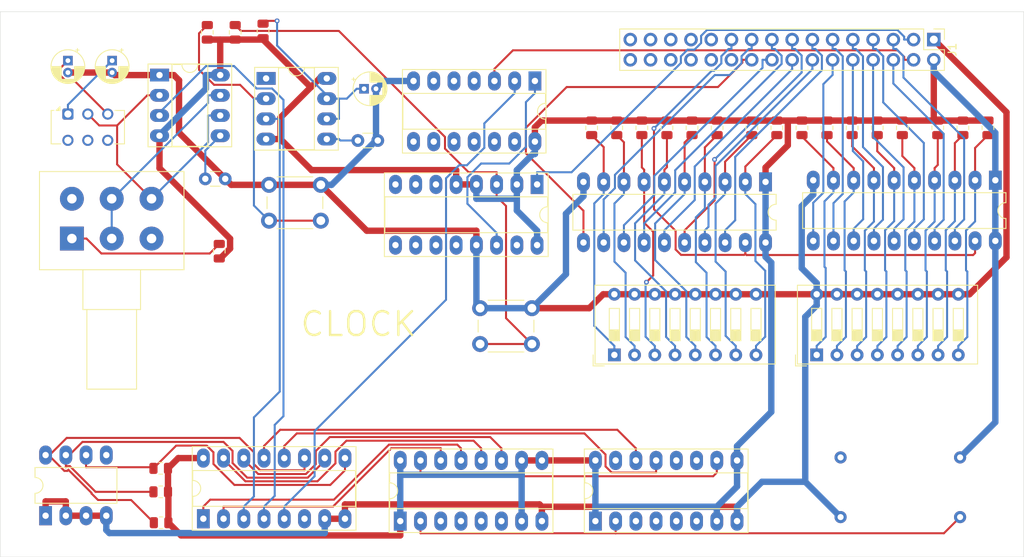
<source format=kicad_pcb>
(kicad_pcb (version 20240108) (generator "pcbnew") (generator_version "8.0")
  (layers (0 "F.Cu" signal) (31 "B.Cu" signal) (34 "B.Paste" user) (35 "F.Paste" user) (36 "B.SilkS" user "B.Silkscreen") (37 "F.SilkS" user "F.Silkscreen") (38 "B.Mask" user) (39 "F.Mask" user) (44 "Edge.Cuts" user))
  (net 0 "")
  (net 1 "GND")
  (net 2 "Net-(U1-CV)")
  (net 3 "Net-(U2-DIS)")
  (net 4 "Net-(U2-CV)")
  (net 5 "/Transciever/Q0")
  (net 6 "/Transciever/Q12")
  (net 7 "/Transciever/Q4")
  (net 10 "/Transciever/Q3")
  (net 13 "/Transciever/Q5")
  (net 14 "Net-(J1-Pin_3)")
  (net 15 "/Transciever/Q11")
  (net 16 "VCC")
  (net 18 "/Transciever/Q7")
  (net 19 "/Transciever/Q14")
  (net 20 "/Transciever/Q2")
  (net 21 "/Transciever/Q10")
  (net 22 "/Transciever/Q13")
  (net 23 "/Transciever/Q9")
  (net 24 "/Transciever/Q6")
  (net 25 "/Transciever/Q8")
  (net 26 "/Transciever/Q15")
  (net 27 "/Transciever/Q1")
  (net 28 "Net-(J1-Pin_4)")
  (net 32 "/Transciever/CE")
  (net 36 "Net-(U2-TR)")
  (net 37 "Net-(U3A-~{R})")
  (net 38 "/Transciever/A0")
  (net 39 "/Transciever/A1")
  (net 40 "/Transciever/A2")
  (net 41 "/Transciever/A3")
  (net 42 "/Transciever/A4")
  (net 43 "/Transciever/A5")
  (net 44 "/Transciever/A6")
  (net 45 "/Transciever/A7")
  (net 46 "/Transciever/A8")
  (net 47 "/Transciever/A9")
  (net 48 "/Transciever/A10")
  (net 49 "/Transciever/A11")
  (net 50 "/Transciever/A12")
  (net 51 "/Transciever/A13")
  (net 52 "/Transciever/A14")
  (net 53 "/Transciever/A15")
  (net 54 "Net-(U1-DIS)")
  (net 55 "Net-(SW3A-C)")
  (net 56 "Net-(SW3A-B)")
  (net 57 "Net-(SW3A-A)")
  (net 60 "Net-(U3A-~{Q})")
  (net 61 "Net-(U1-Q)")
  (net 62 "Net-(U2-Q)")
  (net 63 "Net-(R19-Pad2)")
  (net 64 "Net-(U6-S2)")
  (net 65 "Net-(U6-S1)")
  (net 66 "Net-(U6-S0)")
  (net 70 "Net-(U6-Z)")
  (net 71 "Net-(U5-Out)")
  (net 72 "Net-(U6-I4)")
  (net 73 "Net-(U6-I7)")
  (net 74 "Net-(U6-I2)")
  (net 75 "Net-(U6-I3)")
  (net 76 "Net-(U6-I6)")
  (net 78 "Net-(U6-I5)")
  (net 82 "Net-(U7-TC)")
  (footprint "Resistor_SMD:R_0805_2012Metric" (layer "F.Cu") (at 87 54.9125 90)
    (property "Reference" "R11" (hide yes))
    (property "Value" "20k")
  )
  (footprint "Package_DIP:DIP-16_W7.62mm_Socket_LongPads" (layer "F.Cu") (at 128.72 116.5 90)
    (property "Reference" "U8" (hide yes))
    (property "Value" "74LS161")
  )
  (footprint "Resistor_SMD:R_0805_2012Metric" (layer "F.Cu") (at 148.35 67.0875 -90)
    (property "Reference" "R12" (hide yes))
    (property "Value" "10k")
  )
  (footprint "Capacitor_THT:CP_Radial_D4.0mm_P1.50mm" (layer "F.Cu") (at 99.6774 62.18)
    (property "Reference" "C1" (hide yes))
    (property "Value" "C_Polarized")
  )
  (footprint "Resistor_SMD:R_0805_2012Metric" (layer "F.Cu") (at 137.7 67.0875 -90)
    (property "Reference" "R15" (hide yes))
    (property "Value" "10k")
  )
  (footprint "Resistor_SMD:R_0805_2012Metric" (layer "F.Cu") (at 74.1525 112.825)
    (property "Reference" "R22" (hide yes))
    (property "Value" "10k")
  )
  (footprint "Connector_PinHeader_2.54mm:PinHeader_2x16_P2.54mm_Vertical" (layer "F.Cu") (at 171.2 56 -90)
    (property "Reference" "J1")
    (property "Value" "Conn_01x32_Pin")
  )
  (footprint "Resistor_SMD:R_0805_2012Metric" (layer "F.Cu") (at 171.7 67.0875 -90)
    (property "Reference" "R3" (hide yes))
    (property "Value" "10k")
  )
  (footprint "Package_DIP:DIP-20_W7.62mm_LongPads" (layer "F.Cu") (at 178.925 73.675 -90)
    (property "Reference" "U9" (hide yes))
    (property "Value" "74LS245")
  )
  (footprint "Resistor_SMD:R_0805_2012Metric" (layer "F.Cu") (at 140.85 67.0875 -90)
    (property "Reference" "R14" (hide yes))
    (property "Value" "10k")
  )
  (footprint "Package_DIP:DIP-14_W7.62mm_Socket_LongPads" (layer "F.Cu") (at 121.125 61.2 -90)
    (property "Reference" "U4" (hide yes))
    (property "Value" "74LS08")
  )
  (footprint "Resistor_SMD:R_0805_2012Metric" (layer "F.Cu") (at 74.1525 109.875)
    (property "Reference" "R21" (hide yes))
    (property "Value" "10k")
  )
  (footprint "Package_DIP:DIP-16_W7.62mm_Socket_LongPads" (layer "F.Cu") (at 79.5 116.205 90)
    (property "Reference" "U6" (hide yes))
    (property "Value" "74LS151")
  )
  (footprint "Capacitor_THT:C_Disc_D3.0mm_W1.6mm_P2.50mm" (layer "F.Cu") (at 98.9 68.68)
    (property "Reference" "C2" (hide yes))
    (property "Value" "10nF")
  )
  (footprint "Resistor_SMD:R_0805_2012Metric" (layer "F.Cu") (at 157.8 67.0875 -90)
    (property "Reference" "R7" (hide yes))
    (property "Value" "10k")
  )
  (footprint "Button_Switch_THT:SW_DIP_SPSTx08_Slide_9.78x22.5mm_W7.62mm_P2.54mm" (layer "F.Cu") (at 131.1 95.62 90)
    (property "Reference" "SW4" (hide yes))
    (property "Value" "SW_DIP_x08")
  )
  (footprint "Resistor_SMD:R_0805_2012Metric" (layer "F.Cu") (at 174.85 67.0875 -90)
    (property "Reference" "R2" (hide yes))
    (property "Value" "10k")
  )
  (footprint "Capacitor_THT:CP_Radial_D4.0mm_P1.50mm" (layer "F.Cu") (at 68.05 58.6425 -90)
    (property "Reference" "C5" (hide yes))
    (property "Value" "C_Polarized")
  )
  (footprint "Resistor_SMD:R_0805_2012Metric" (layer "F.Cu") (at 134.55 67.0875 -90)
    (property "Reference" "R16" (hide yes))
    (property "Value" "10k")
  )
  (footprint "Resistor_SMD:R_0805_2012Metric" (layer "F.Cu") (at 154.65 67.0875 -90)
    (property "Reference" "R8" (hide yes))
    (property "Value" "10k")
  )
  (footprint "Resistor_SMD:R_0805_2012Metric" (layer "F.Cu") (at 151.5 67.0875 -90)
    (property "Reference" "R10" (hide yes))
    (property "Value" "10k")
  )
  (footprint "Button_Switch_THT:SW_CK_JS202011CQN_DPDT_Straight" (layer "F.Cu") (at 62.5 65.3575)
    (property "Reference" "SW3" (hide yes))
    (property "Value" "SW_DPDT_x2")
  )
  (footprint "Package_DIP:DIP-8_W7.62mm_LongPads" (layer "F.Cu") (at 59.7 115.825 90)
    (property "Reference" "SW6" (hide yes))
    (property "Value" "SW_DIP_x04")
  )
  (footprint "Potentiometer_THT:Potentiometer_Alps_RK163_Dual_Horizontal" (layer "F.Cu") (at 63 81 90)
    (property "Reference" "RV1" (hide yes))
    (property "Value" "R_Potentiometer_Dual")
  )
  (footprint "Capacitor_THT:C_Disc_D3.0mm_W1.6mm_P2.50mm" (layer "F.Cu") (at 79.75 73.5)
    (property "Reference" "C3" (hide yes))
    (property "Value" "10nF")
  )
  (footprint "Resistor_SMD:R_0805_2012Metric" (layer "F.Cu") (at 178 67.0875 -90)
    (property "Reference" "R1" (hide yes))
    (property "Value" "10k")
  )
  (footprint "Package_DIP:DIP-20_W7.62mm_LongPads" (layer "F.Cu") (at 150.08 73.88 -90)
    (property "Reference" "U10" (hide yes))
    (property "Value" "74LS245")
  )
  (footprint "Capacitor_THT:CP_Radial_D4.0mm_P1.50mm" (layer "F.Cu") (at 62.5 58.6425 -90)
    (property "Reference" "C4" (hide yes))
    (property "Value" "C_Polarized")
  )
  (footprint "Resistor_SMD:R_0805_2012Metric" (layer "F.Cu") (at 74.2 116.705)
    (property "Reference" "R23" (hide yes))
    (property "Value" "10k")
  )
  (footprint "Crystal_Can:MCO-1510A" (layer "F.Cu") (at 165.5 111)
    (property "Reference" "U5" (hide yes))
    (property "Value" "~")
  )
  (footprint "Resistor_SMD:R_0805_2012Metric" (layer "F.Cu") (at 80 55.0875 90)
    (property "Reference" "R9" (hide yes))
    (property "Value" "10K")
  )
  (footprint "Resistor_SMD:R_0805_2012Metric" (layer "F.Cu") (at 83.5 55.0875 90)
    (property "Reference" "R20" (hide yes))
    (property "Value" "10k")
  )
  (footprint "Package_DIP:DIP-8_W7.62mm_Socket_LongPads" (layer "F.Cu") (at 74 60.46)
    (property "Reference" "U1" (hide yes))
    (property "Value" "NE555P")
  )
  (footprint "Resistor_SMD:R_0805_2012Metric" (layer "F.Cu") (at 167.25 67.0875 -90)
    (property "Reference" "R4" (hide yes))
    (property "Value" "10k")
  )
  (footprint "Resistor_SMD:R_0805_2012Metric" (layer "F.Cu") (at 144 67.0875 -90)
    (property "Reference" "R13" (hide yes))
    (property "Value" "10k")
  )
  (footprint "Package_DIP:DIP-8_W7.62mm_Socket_LongPads" (layer "F.Cu") (at 87.38 60.88)
    (property "Reference" "U2" (hide yes))
    (property "Value" "NE555P")
  )
  (footprint "Resistor_SMD:R_0805_2012Metric" (layer "F.Cu") (at 131.4 67.0875 -90)
    (property "Reference" "R17" (hide yes))
    (property "Value" "10k")
  )
  (footprint "Resistor_SMD:R_0805_2012Metric" (layer "F.Cu") (at 81.5 82.5875 90)
    (property "Reference" "R19" (hide yes))
    (property "Value" "2k")
  )
  (footprint "Package_DIP:DIP-16_W7.62mm_Socket_LongPads" (layer "F.Cu") (at 104.22 116.5 90)
    (property "Reference" "U7" (hide yes))
    (property "Value" "74LS161")
  )
  (footprint "Button_Switch_THT:SW_DIP_SPSTx08_Slide_9.78x22.5mm_W7.62mm_P2.54mm" (layer "F.Cu") (at 156.5 95.62 90)
    (property "Reference" "SW2" (hide yes))
    (property "Value" "SW_DIP_x08")
  )
  (footprint "Resistor_SMD:R_0805_2012Metric" (layer "F.Cu") (at 160.95 67.0875 -90)
    (property "Reference" "R6" (hide yes))
    (property "Value" "10k")
  )
  (footprint "Resistor_SMD:R_0805_2012Metric" (layer "F.Cu") (at 164.1 67.0875 -90)
    (property "Reference" "R5" (hide yes))
    (property "Value" "10k")
  )
  (footprint "Button_Switch_THT:SW_PUSH_6mm" (layer "F.Cu") (at 114.25 89.75)
    (property "Reference" "SW5" (hide yes))
    (property "Value" "SW_Push")
  )
  (footprint "Button_Switch_THT:SW_PUSH_6mm" (layer "F.Cu") (at 87.75 74.25)
    (property "Reference" "SW1" (hide yes))
    (property "Value" "SW_Push")
  )
  (footprint "Package_DIP:DIP-16_W7.62mm_Socket_LongPads" (layer "F.Cu") (at 121.4 74.2 -90)
    (property "Reference" "U3" (hide yes))
    (property "Value" "74LS76")
  )
  (footprint "Resistor_SMD:R_0805_2012Metric" (layer "F.Cu") (at 128.25 67.0875 -90)
    (property "Reference" "R18" (hide yes))
    (property "Value" "10k")
  )
  (gr_rect (start 54 52.5) (end 182.5 121) (stroke (width 0.05)) (fill none) (layer "Edge.Cuts"))
  (gr_text "CLOCK" (at 91.5 93.5 0) (layer "F.SilkS") (effects (font (size 3 3) (thickness 0.3)) (justify left bottom)))
  (segment (start 146.34 88) (end 148.88 88) (width 0.8) (layer "F.Cu") (net 1))
  (segment (start 67.32 115.825) (end 64.78 115.825) (width 0.8) (layer "F.Cu") (net 1))
  (segment (start 159.04 88) (end 156.5 88) (width 0.8) (layer "F.Cu") (net 1))
  (segment (start 68.3675 60.46) (end 68.05 60.1425) (width 0.8) (layer "F.Cu") (net 1))
  (segment (start 82.25 73.5) (end 76.4516 67.7016) (width 0.8) (layer "F.Cu") (net 1))
  (segment (start 122 116.5) (end 122 114.6983) (width 0.8) (layer "F.Cu") (net 1))
  (segment (start 136.18 88) (end 138.72 88) (width 0.8) (layer "F.Cu") (net 1))
  (segment (start 83 74.25) (end 82.25 73.5) (width 0.8) (layer "F.Cu") (net 1))
  (segment (start 161.58 88) (end 164.12 88) (width 0.8) (layer "F.Cu") (net 1))
  (segment (start 131.1 88) (end 133.64 88) (width 0.8) (layer "F.Cu") (net 1))
  (segment (start 143.8 88) (end 146.34 88) (width 0.8) (layer "F.Cu") (net 1))
  (segment (start 62.5 60.1425) (end 68.05 60.1425) (width 0.8) (layer "F.Cu") (net 1))
  (segment (start 171.74 88) (end 174.28 88) (width 0.8) (layer "F.Cu") (net 1))
  (segment (start 74 60.46) (end 68.3675 60.46) (width 0.8) (layer "F.Cu") (net 1))
  (segment (start 180.3267 65.1267) (end 180.3267 83.355) (width 0.8) (layer "F.Cu") (net 1))
  (segment (start 127.9483 89.75) (end 129.6983 88) (width 0.8) (layer "F.Cu") (net 1))
  (segment (start 94.74 116.205) (end 97.28 116.205) (width 0.8) (layer "F.Cu") (net 1))
  (segment (start 62.24 115.825) (end 62.24 114.0233) (width 0.8) (layer "F.Cu") (net 1))
  (segment (start 174.28 88) (end 175.6817 88) (width 0.8) (layer "F.Cu") (net 1))
  (segment (start 120.75 89.75) (end 127.9483 89.75) (width 0.8) (layer "F.Cu") (net 1))
  (segment (start 97.28 114.4033) (end 121.705 114.4033) (width 0.8) (layer "F.Cu") (net 1))
  (segment (start 166.66 88) (end 169.2 88) (width 0.8) (layer "F.Cu") (net 1))
  (segment (start 100.0183 80.0183) (end 94.25 74.25) (width 0.8) (layer "F.Cu") (net 1))
  (segment (start 113.78 80.0183) (end 100.0183 80.0183) (width 0.8) (layer "F.Cu") (net 1))
  (segment (start 121.705 114.4033) (end 122 114.6983) (width 0.8) (layer "F.Cu") (net 1))
  (segment (start 131.1 88) (end 129.6983 88) (width 0.8) (layer "F.Cu") (net 1))
  (segment (start 164.12 88) (end 166.66 88) (width 0.8) (layer "F.Cu") (net 1))
  (segment (start 74 60.46) (end 75.8017 60.46) (width 0.8) (layer "F.Cu") (net 1))
  (segment (start 97.28 116.205) (end 97.28 114.4033) (width 0.8) (layer "F.Cu") (net 1))
  (segment (start 64.78 115.825) (end 62.24 115.825) (width 0.8) (layer "F.Cu") (net 1))
  (segment (start 87.75 74.25) (end 83 74.25) (width 0.8) (layer "F.Cu") (net 1))
  (segment (start 76.4516 61.1099) (end 75.8017 60.46) (width 0.8) (layer "F.Cu") (net 1))
  (segment (start 141.26 88) (end 143.8 88) (width 0.8) (layer "F.Cu") (net 1))
  (segment (start 59.7 115.825) (end 59.7 114.0233) (width 0.8) (layer "F.Cu") (net 1))
  (segment (start 169.2 88) (end 171.74 88) (width 0.8) (layer "F.Cu") (net 1))
  (segment (start 146.5 114.6983) (end 122 114.6983) (width 0.8) (layer "F.Cu") (net 1))
  (segment (start 138.72 88) (end 141.26 88) (width 0.8) (layer "F.Cu") (net 1))
  (segment (start 62.24 114.0233) (end 59.7 114.0233) (width 0.8) (layer "F.Cu") (net 1))
  (segment (start 133.64 88) (end 136.18 88) (width 0.8) (layer "F.Cu") (net 1))
  (segment (start 94.25 74.25) (end 87.75 74.25) (width 0.8) (layer "F.Cu") (net 1))
  (segment (start 159.04 88) (end 161.58 88) (width 0.8) (layer "F.Cu") (net 1))
  (segment (start 146.5 116.5) (end 146.5 114.6983) (width 0.8) (layer "F.Cu") (net 1))
  (segment (start 76.4516 67.7016) (end 76.4516 61.1099) (width 0.8) (layer "F.Cu") (net 1))
  (segment (start 180.3267 83.355) (end 175.6817 88) (width 0.8) (layer "F.Cu") (net 1))
  (segment (start 171.2 56) (end 180.3267 65.1267) (width 0.8) (layer "F.Cu") (net 1))
  (segment (start 156.5 88) (end 148.88 88) (width 0.8) (layer "F.Cu") (net 1))
  (segment (start 113.78 81.82) (end 113.78 80.0183) (width 0.8) (layer "F.Cu") (net 1))
  (segment (start 67.32 115.825) (end 67.32 117.6267) (width 0.8) (layer "B.Cu") (net 1))
  (segment (start 127.22 73.88) (end 127.22 75.6817) (width 0.8) (layer "B.Cu") (net 1))
  (segment (start 154.6211 76.9206) (end 154.6211 84.7194) (width 0.8) (layer "B.Cu") (net 1))
  (segment (start 113.78 81.82) (end 113.78 89.28) (width 0.8) (layer "B.Cu") (net 1))
  (segment (start 155.0619 111.5619) (end 149.6364 111.5619) (width 0.8) (layer "B.Cu") (net 1))
  (segment (start 156.065 75.4767) (end 154.6211 76.9206) (width 0.8) (layer "B.Cu") (net 1))
  (segment (start 113.78 89.28) (end 114.25 89.75) (width 0.8) (layer "B.Cu") (net 1))
  (segment (start 114.25 89.75) (end 120.75 89.75) (width 0.8) (layer "B.Cu") (net 1))
  (segment (start 156.5 88) (end 156.5 89.4017) (width 0.8) (layer "B.Cu") (net 1))
  (segment (start 155.0619 90.8398) (end 155.0619 111.5619) (width 0.8) (layer "B.Cu") (net 1))
  (segment (start 156.5 89.4017) (end 155.0619 90.8398) (width 0.8) (layer "B.Cu") (net 1))
  (segment (start 149.6364 111.5619) (end 146.5 114.6983) (width 0.8) (layer "B.Cu") (net 1))
  (segment (start 146.5 116.5) (end 146.5 114.6983) (width 0.8) (layer "B.Cu") (net 1))
  (segment (start 156.5 87.5961) (end 156.5 86.5983) (width 0.8) (layer "B.Cu") (net 1))
  (segment (start 67.32 117.6267) (end 67.7 118.0067) (width 0.8) (layer "B.Cu") (net 1))
  (segment (start 101.1774 68.68) (end 101.4 68.68) (width 0.8) (layer "B.Cu") (net 1))
  (segment (start 156.5 87.5961) (end 156.5 88) (width 0.8) (layer "B.Cu") (net 1))
  (segment (start 95.6074 74.25) (end 101.1774 68.68) (width 0.8) (layer "B.Cu") (net 1))
  (segment (start 102.1574 61.2) (end 101.1774 62.18) (width 0.8) (layer "B.Cu") (net 1))
  (segment (start 125.0238 77.8779) (end 127.22 75.6817) (width 0.8) (layer "B.Cu") (net 1))
  (segment (start 105.885 61.2) (end 102.1574 61.2) (width 0.8) (layer "B.Cu") (net 1))
  (segment (start 101.1774 68.68) (end 101.1774 62.18) (width 0.8) (layer "B.Cu") (net 1))
  (segment (start 156.065 73.675) (end 156.065 75.4767) (width 0.8) (layer "B.Cu") (net 1))
  (segment (start 120.75 89.75) (end 125.0238 85.4762) (width 0.8) (layer "B.Cu") (net 1))
  (segment (start 155.0619 111.5619) (end 159.5 116) (width 0.8) (layer "B.Cu") (net 1))
  (segment (start 125.0238 85.4762) (end 125.0238 77.8779) (width 0.8) (layer "B.Cu") (net 1))
  (segment (start 154.6211 84.7194) (end 156.5 86.5983) (width 0.8) (layer "B.Cu") (net 1))
  (segment (start 67.7 118.0067) (end 94.74 118.0067) (width 0.8) (layer "B.Cu") (net 1))
  (segment (start 94.74 116.205) (end 94.74 118.0067) (width 0.8) (layer "B.Cu") (net 1))
  (segment (start 94.25 74.25) (end 95.6074 74.25) (width 0.8) (layer "B.Cu") (net 1))
  (segment (start 79.75 69.95) (end 79.75 73.5) (width 0.254) (layer "B.Cu") (net 2))
  (segment (start 81.62 68.08) (end 79.75 69.95) (width 0.254) (layer "B.Cu") (net 2))
  (segment (start 88.7591 53.6477) (end 87.3523 53.6477) (width 0.254) (layer "F.Cu") (net 3))
  (segment (start 87.3523 53.6477) (end 87 54) (width 0.254) (layer "F.Cu") (net 3))
  (via (at 88.7591 53.6477) (size 0.6) (drill 0.3) (layers "F.Cu" "B.Cu") (net 3))
  (segment (start 88.7591 56.7455) (end 88.7591 53.6477) (width 0.254) (layer "B.Cu") (net 3))
  (segment (start 96.4144 63.42) (end 96.5287 63.42) (width 0.254) (layer "B.Cu") (net 3))
  (segment (start 95 65.96) (end 96.5287 65.96) (width 0.254) (layer "B.Cu") (net 3))
  (segment (start 97.5087 63.42) (end 98.7487 62.18) (width 0.254) (layer "B.Cu") (net 3))
  (segment (start 99.6774 62.18) (end 98.7487 62.18) (width 0.254) (layer "B.Cu") (net 3))
  (segment (start 96.5287 63.42) (end 96.5287 65.96) (width 0.254) (layer "B.Cu") (net 3))
  (segment (start 95 63.42) (end 95.4336 63.42) (width 0.254) (layer "B.Cu") (net 3))
  (segment (start 95.4336 63.42) (end 88.7591 56.7455) (width 0.254) (layer "B.Cu") (net 3))
  (segment (start 95.4336 63.42) (end 96.4144 63.42) (width 0.254) (layer "B.Cu") (net 3))
  (segment (start 96.5287 63.42) (end 97.5087 63.42) (width 0.254) (layer "B.Cu") (net 3))
  (segment (start 96.7087 68.68) (end 98.9 68.68) (width 0.254) (layer "B.Cu") (net 4))
  (segment (start 96.5287 68.5) (end 96.7087 68.68) (width 0.254) (layer "B.Cu") (net 4))
  (segment (start 95 68.5) (end 96.5287 68.5) (width 0.254) (layer "B.Cu") (net 4))
  (segment (start 167.39 60.7671) (end 167.39 58.0823) (width 0.254) (layer "B.Cu") (net 5))
  (segment (start 175.0093 78.602) (end 175.0093 68.3864) (width 0.254) (layer "B.Cu") (net 5))
  (segment (start 173.845 79.7663) (end 175.0093 78.602) (width 0.254) (layer "B.Cu") (net 5))
  (segment (start 166.4864 57.1787) (end 166.12 57.1787) (width 0.254) (layer "B.Cu") (net 5))
  (segment (start 173.845 81.295) (end 173.845 79.7663) (width 0.254) (layer "B.Cu") (net 5))
  (segment (start 166.12 56) (end 166.12 57.1787) (width 0.254) (layer "B.Cu") (net 5))
  (segment (start 175.0093 68.3864) (end 167.39 60.7671) (width 0.254) (layer "B.Cu") (net 5))
  (segment (start 167.39 58.0823) (end 166.4864 57.1787) (width 0.254) (layer "B.Cu") (net 5))
  (segment (start 151.2483 57.1787) (end 150.88 57.1787) (width 0.254) (layer "B.Cu") (net 6))
  (segment (start 134.84 79.0976) (end 138.7384 75.1992) (width 0.254) (layer "B.Cu") (net 6))
  (segment (start 152.097 59.0549) (end 152.097 58.0274) (width 0.254) (layer "B.Cu") (net 6))
  (segment (start 134.84 81.5) (end 134.84 79.9713) (width 0.254) (layer "B.Cu") (net 6))
  (segment (start 138.7384 75.1992) (end 138.7384 72.4135) (width 0.254) (layer "B.Cu") (net 6))
  (segment (start 134.84 79.9713) (end 134.84 79.0976) (width 0.254) (layer "B.Cu") (net 6))
  (segment (start 138.7384 72.4135) (end 152.097 59.0549) (width 0.254) (layer "B.Cu") (net 6))
  (segment (start 150.88 56) (end 150.88 57.1787) (width 0.254) (layer "B.Cu") (net 6))
  (segment (start 152.097 58.0274) (end 151.2483 57.1787) (width 0.254) (layer "B.Cu") (net 6))
  (segment (start 164.8185 72.0113) (end 162.31 69.5028) (width 0.254) (layer "B.Cu") (net 7))
  (segment (start 161.4064 57.1787) (end 161.04 57.1787) (width 0.254) (layer "B.Cu") (net 7))
  (segment (start 161.04 56) (end 161.04 57.1787) (width 0.254) (layer "B.Cu") (net 7))
  (segment (start 162.31 69.5028) (end 162.31 58.0823) (width 0.254) (layer "B.Cu") (net 7))
  (segment (start 163.685 79.7663) (end 164.8185 78.6328) (width 0.254) (layer "B.Cu") (net 7))
  (segment (start 162.31 58.0823) (end 161.4064 57.1787) (width 0.254) (layer "B.Cu") (net 7))
  (segment (start 163.685 81.295) (end 163.685 79.7663) (width 0.254) (layer "B.Cu") (net 7))
  (segment (start 164.8185 78.6328) (end 164.8185 72.0113) (width 0.254) (layer "B.Cu") (net 7))
  (segment (start 167.4065 72.0592) (end 163.58 68.2327) (width 0.254) (layer "B.Cu") (net 10))
  (segment (start 166.225 81.295) (end 166.225 79.7663) (width 0.254) (layer "B.Cu") (net 10))
  (segment (start 166.225 79.7663) (end 167.4065 78.5848) (width 0.254) (layer "B.Cu") (net 10))
  (segment (start 163.58 68.2327) (end 163.58 58.54) (width 0.254) (layer "B.Cu") (net 10))
  (segment (start 167.4065 78.5848) (end 167.4065 72.0592) (width 0.254) (layer "B.Cu") (net 10))
  (segment (start 161.145 81.295) (end 161.145 79.7663) (width 0.254) (layer "B.Cu") (net 13))
  (segment (start 161.04 69.9983) (end 162.3336 71.2919) (width 0.254) (layer "B.Cu") (net 13))
  (segment (start 161.04 58.54) (end 161.04 69.9983) (width 0.254) (layer "B.Cu") (net 13))
  (segment (start 162.3336 78.5777) (end 161.145 79.7663) (width 0.254) (layer "B.Cu") (net 13))
  (segment (start 162.3336 71.2919) (end 162.3336 78.5777) (width 0.254) (layer "B.Cu") (net 13))
  (segment (start 168.66 56) (end 167.4813 56) (width 0.254) (layer "B.Cu") (net 14))
  (segment (start 142.7271 54.7896) (end 166.6373 54.7896) (width 0.254) (layer "B.Cu") (net 14))
  (segment (start 121.4 74.2) (end 121.4 72.6713) (width 0.254) (layer "B.Cu") (net 14))
  (segment (start 141.99 55.5267) (end 142.7271 54.7896) (width 0.254) (layer "B.Cu") (net 14))
  (segment (start 141.1518 57.27) (end 141.99 56.4318) (width 0.254) (layer "B.Cu") (net 14))
  (segment (start 167.4813 55.6336) (end 167.4813 56) (width 0.254) (layer "B.Cu") (net 14))
  (segment (start 140.2882 57.27) (end 141.1518 57.27) (width 0.254) (layer "B.Cu") (net 14))
  (segment (start 141.99 56.4318) (end 141.99 55.5267) (width 0.254) (layer "B.Cu") (net 14))
  (segment (start 166.6373 54.7896) (end 167.4813 55.6336) (width 0.254) (layer "B.Cu") (net 14))
  (segment (start 121.4 72.6713) (end 125.7264 72.6713) (width 0.254) (layer "B.Cu") (net 14))
  (segment (start 139.45 58.9477) (end 139.45 58.1082) (width 0.254) (layer "B.Cu") (net 14))
  (segment (start 139.45 58.1082) (end 140.2882 57.27) (width 0.254) (layer "B.Cu") (net 14))
  (segment (start 125.7264 72.6713) (end 139.45 58.9477) (width 0.254) (layer "B.Cu") (net 14))
  (segment (start 141.19 71.9487) (end 153.42 59.7187) (width 0.254) (layer "B.Cu") (net 15))
  (segment (start 141.19 76.1613) (end 141.19 71.9487) (width 0.254) (layer "B.Cu") (net 15))
  (segment (start 137.38 79.9713) (end 141.19 76.1613) (width 0.254) (layer "B.Cu") (net 15))
  (segment (start 153.42 58.54) (end 153.42 59.7187) (width 0.254) (layer "B.Cu") (net 15))
  (segment (start 137.38 81.5) (end 137.38 79.9713) (width 0.254) (layer "B.Cu") (net 15))
  (segment (start 92.9896 61.9896) (end 87 56) (width 0.8) (layer "F.Cu") (net 16))
  (segment (start 144 66.175) (end 148.35 66.175) (width 0.8) (layer "F.Cu") (net 16))
  (segment (start 92.9896 61.9896) (end 89.1817 65.7975) (width 0.8) (layer "F.Cu") (net 16))
  (segment (start 87 56) (end 87 55.825) (width 0.8) (layer "F.Cu") (net 16))
  (segment (start 152.8781 69.2802) (end 150.08 72.0783) (width 0.8) (layer "F.Cu") (net 16))
  (segment (start 128.25 66.175) (end 131.4 66.175) (width 0.8) (layer "F.Cu") (net 16))
  (segment (start 75.065 109.875) (end 75.065 112.825) (width 0.8) (layer "F.Cu") (net 16))
  (segment (start 76.7092 118.3017) (end 75.1125 116.705) (width 0.8) (layer "F.Cu") (net 16))
  (segment (start 104.22 118.3017) (end 76.7092 118.3017) (width 0.8) (layer "F.Cu") (net 16))
  (segment (start 74 72.1559) (end 82.857 81.0129) (width 0.8) (layer "F.Cu") (net 16))
  (segment (start 121.125 68.82) (end 121.125 67.0183) (width 0.8) (layer "F.Cu") (net 16))
  (segment (start 171.2 66.175) (end 167.25 66.175) (width 0.8) (layer "F.Cu") (net 16))
  (segment (start 119.46 108.88) (end 122 108.88) (width 0.8) (layer "F.Cu") (net 16))
  (segment (start 164.1 66.175) (end 160.95 66.175) (width 0.8) (layer "F.Cu") (net 16))
  (segment (start 148.35 66.175) (end 151.5 66.175) (width 0.8) (layer "F.Cu") (net 16))
  (segment (start 121.9683 66.175) (end 128.25 66.175) (width 0.8) (layer "F.Cu") (net 16))
  (segment (start 76.355 108.585) (end 75.065 109.875) (width 0.8) (layer "F.Cu") (net 16))
  (segment (start 171.7 66.175) (end 171.2 66.175) (width 0.8) (layer "F.Cu") (net 16))
  (segment (start 164.1 66.175) (end 167.25 66.175) (width 0.8) (layer "F.Cu") (net 16))
  (segment (start 87.38 68.5) (end 89.1817 68.5) (width 0.8) (layer "F.Cu") (net 16))
  (segment (start 113.78 74.2) (end 111.24 74.2) (width 0.8) (layer "F.Cu") (net 16))
  (segment (start 152.8781 66.175) (end 152.8781 69.2802) (width 0.8) (layer "F.Cu") (net 16))
  (segment (start 151.5 66.175) (end 152.8781 66.175) (width 0.8) (layer "F.Cu") (net 16))
  (segment (start 81.62 56) (end 83.5 56) (width 0.8) (layer "F.Cu") (net 16))
  (segment (start 174.85 66.175) (end 171.7 66.175) (width 0.8) (layer "F.Cu") (net 16))
  (segment (start 82.857 82.2632) (end 81.6202 83.5) (width 0.8) (layer "F.Cu") (net 16))
  (segment (start 104.22 116.5) (end 104.22 118.3017) (width 0.8) (layer "F.Cu") (net 16))
  (segment (start 89.1817 65.7975) (end 89.1817 68.5) (width 0.8) (layer "F.Cu") (net 16))
  (segment (start 121.125 67.0183) (end 121.9683 66.175) (width 0.8) (layer "F.Cu") (net 16))
  (segment (start 140.85 66.175) (end 144 66.175) (width 0.8) (layer "F.Cu") (net 16))
  (segment (start 160.95 66.175) (end 157.8 66.175) (width 0.8) (layer "F.Cu") (net 16))
  (segment (start 81.62 56) (end 80 56) (width 0.8) (layer "F.Cu") (net 16))
  (segment (start 95 60.88) (end 94.0992 60.88) (width 0.8) (layer "F.Cu") (net 16))
  (segment (start 74 68.08) (end 74 72.1559) (width 0.8) (layer "F.Cu") (net 16))
  (segment (start 152.8781 66.175) (end 154.65 66.175) (width 0.8) (layer "F.Cu") (net 16))
  (segment (start 81.6202 83.5) (end 81.5 83.5) (width 0.8) (layer "F.Cu") (net 16))
  (segment (start 94.0992 60.88) (end 92.9896 61.9896) (width 0.8) (layer "F.Cu") (net 16))
  (segment (start 140.85 66.175) (end 137.7 66.175) (width 0.8) (layer "F.Cu") (net 16))
  (segment (start 171.2 66.175) (end 171.2 58.54) (width 0.8) (layer "F.Cu") (net 16))
  (segment (start 87 56) (end 83.5 56) (width 0.8) (layer "F.Cu") (net 16))
  (segment (start 81.62 56) (end 81.62 60.46) (width 0.8) (layer "F.Cu") (net 16))
  (segment (start 111.24 74.2) (end 111.24 72.3983) (width 0.8) (layer "F.Cu") (net 16))
  (segment (start 82.857 81.0129) (end 82.857 82.2632) (width 0.8) (layer "F.Cu") (net 16))
  (segment (start 137.7 66.175) (end 134.55 66.175) (width 0.8) (layer "F.Cu") (net 16))
  (segment (start 75.1125 112.8725) (end 75.1125 116.705) (width 0.8) (layer "F.Cu") (net 16))
  (segment (start 128.72 108.88) (end 122 108.88) (width 0.8) (layer "F.Cu") (net 16))
  (segment (start 93.08 72.3983) (end 89.1817 68.5) (width 0.8) (layer "F.Cu") (net 16))
  (segment (start 150.08 73.88) (end 150.08 72.0783) (width 0.8) (layer "F.Cu") (net 16))
  (segment (start 111.24 72.3983) (end 93.08 72.3983) (width 0.8) (layer "F.Cu") (net 16))
  (segment (start 157.8 66.175) (end 154.65 66.175) (width 0.8) (layer "F.Cu") (net 16))
  (segment (start 75.065 112.825) (end 75.1125 112.8725) (width 0.8) (layer "F.Cu") (net 16))
  (segment (start 178 66.175) (end 174.85 66.175) (width 0.8) (layer "F.Cu") (net 16))
  (segment (start 79.5 108.585) (end 76.355 108.585) (width 0.8) (layer "F.Cu") (net 16))
  (segment (start 131.4 66.175) (end 134.55 66.175) (width 0.8) (layer "F.Cu") (net 16))
  (segment (start 146.5 108.88) (end 146.5 107.0783) (width 0.8) (layer "B.Cu") (net 16))
  (segment (start 146.5 112.1583) (end 143.96 114.6983) (width 0.8) (layer "B.Cu") (net 16))
  (segment (start 128.72 108.88) (end 128.72 114.6983) (width 0.8) (layer "B.Cu") (net 16))
  (segment (start 178.925 73.675) (end 178.925 81.295) (width 0.8) (layer "B.Cu") (net 16))
  (segment (start 119.46 110.6817) (end 119.46 108.88) (width 0.8) (layer "B.Cu") (net 16))
  (segment (start 143.96 116.5) (end 143.96 114.9491) (width 0.8) (layer "B.Cu") (net 16))
  (segment (start 118.86 77.4783) (end 121.4 80.0183) (width 0.8) (layer "B.Cu") (net 16))
  (segment (start 178.925 81.295) (end 178.925 104.075) (width 0.8) (layer "B.Cu") (net 16))
  (segment (start 118.86 76.0017) (end 113.78 76.0017) (width 0.8) (layer "B.Cu") (net 16))
  (segment (start 143.96 114.9491) (end 143.96 114.6998) (width 0.8) (layer "B.Cu") (net 16))
  (segment (start 146.5 108.88) (end 146.5 112.1583) (width 0.8) (layer "B.Cu") (net 16))
  (segment (start 118.86 76.0017) (end 118.86 77.4783) (width 0.8) (layer "B.Cu") (net 16))
  (segment (start 171.2 58.54) (end 171.2 59.9917) (width 0.8) (layer "B.Cu") (net 16))
  (segment (start 150.08 81.5) (end 150.08 73.88) (width 0.8) (layer "B.Cu") (net 16))
  (segment (start 121.4 81.82) (end 121.4 80.0183) (width 0.8) (layer "B.Cu") (net 16))
  (segment (start 178.925 67.7167) (end 178.925 73.675) (width 0.8) (layer "B.Cu") (net 16))
  (segment (start 118.86 74.2) (end 118.86 76.0017) (width 0.8) (layer "B.Cu") (net 16))
  (segment (start 143.96 114.6998) (end 143.96 114.6983) (width 0.8) (layer "B.Cu") (net 16))
  (segment (start 143.96 114.6983) (end 128.72 114.6983) (width 0.8) (layer "B.Cu") (net 16))
  (segment (start 74 68.0001) (end 74 68.08) (width 0.8) (layer "B.Cu") (net 16))
  (segment (start 118.86 74.2) (end 118.86 72.3983) (width 0.8) (layer "B.Cu") (net 16))
  (segment (start 120.8904 70.3679) (end 121.125 70.3679) (width 0.8) (layer "B.Cu") (net 16))
  (segment (start 79.8183 62.1818) (end 74 68.0001) (width 0.8) (layer "B.Cu") (net 16))
  (segment (start 81.62 60.46) (end 79.8183 60.46) (width 0.8) (layer "B.Cu") (net 16))
  (segment (start 121.125 68.82) (end 121.125 70.3678) (width 0.8) (layer "B.Cu") (net 16))
  (segment (start 178.925 104.075) (end 174.5 108.5) (width 0.8) (layer "B.Cu") (net 16))
  (segment (start 79.8183 60.46) (end 79.8183 62.1818) (width 0.8) (layer "B.Cu") (net 16))
  (segment (start 119.46 116.5) (end 119.46 110.6817) (width 0.8) (layer "B.Cu") (net 16))
  (segment (start 128.72 116.5) (end 128.72 114.6983) (width 0.8) (layer "B.Cu") (net 16))
  (segment (start 150.08 81.5) (end 150.08 83.3017) (width 0.8) (layer "B.Cu") (net 16))
  (segment (start 171.2 59.9917) (end 178.925 67.7167) (width 0.8) (layer "B.Cu") (net 16))
  (segment (start 146.5 107.0783) (end 150.7992 102.7791) (width 0.8) (layer "B.Cu") (net 16))
  (segment (start 150.7992 102.7791) (end 150.7992 84.0209) (width 0.8) (layer "B.Cu") (net 16))
  (segment (start 104.22 116.5) (end 104.22 110.6817) (width 0.8) (layer "B.Cu") (net 16))
  (segment (start 119.46 110.6817) (end 104.22 110.6817) (width 0.8) (layer "B.Cu") (net 16))
  (segment (start 121.125 70.3679) (end 121.125 70.3678) (width 0.8) (layer "B.Cu") (net 16))
  (segment (start 150.7992 84.0209) (end 150.08 83.3017) (width 0.8) (layer "B.Cu") (net 16))
  (segment (start 118.86 72.3983) (end 120.8904 70.3679) (width 0.8) (layer "B.Cu") (net 16))
  (segment (start 113.78 74.2) (end 113.78 76.0017) (width 0.8) (layer "B.Cu") (net 16))
  (segment (start 104.22 108.88) (end 104.22 110.6817) (width 0.8) (layer "B.Cu") (net 16))
  (segment (start 157.335 61.5979) (end 158.5 60.4329) (width 0.254) (layer "B.Cu") (net 18))
  (segment (start 158.5 60.4329) (end 158.5 58.54) (width 0.254) (layer "B.Cu") (net 18))
  (segment (start 156.065 76.5073) (end 157.335 75.2373) (width 0.254) (layer "B.Cu") (net 18))
  (segment (start 157.335 75.2373) (end 157.335 61.5979) (width 0.254) (layer "B.Cu") (net 18))
  (segment (start 156.065 81.295) (end 156.065 76.5073) (width 0.254) (layer "B.Cu") (net 18))
  (segment (start 148.34 56) (end 148.34 57.1787) (width 0.254) (layer "B.Cu") (net 19))
  (segment (start 129.76 81.5) (end 129.76 76.08) (width 0.254) (layer "B.Cu") (net 19))
  (segment (start 131.1713 72.9963) (end 143.7088 60.4588) (width 0.254) (layer "B.Cu") (net 19))
  (segment (start 143.7088 60.4588) (end 145.5702 60.4588) (width 0.254) (layer "B.Cu") (net 19))
  (segment (start 147.9736 57.1787) (end 148.34 57.1787) (width 0.254) (layer "B.Cu") (net 19))
  (segment (start 147.07 58.0823) (end 147.9736 57.1787) (width 0.254) (layer "B.Cu") (net 19))
  (segment (start 129.76 76.08) (end 131.1713 74.6687) (width 0.254) (layer "B.Cu") (net 19))
  (segment (start 145.5702 60.4588) (end 147.07 58.959) (width 0.254) (layer "B.Cu") (net 19))
  (segment (start 131.1713 74.6687) (end 131.1713 72.9963) (width 0.254) (layer "B.Cu") (net 19))
  (segment (start 147.07 58.959) (end 147.07 58.0823) (width 0.254) (layer "B.Cu") (net 19))
  (segment (start 169.9465 78.5848) (end 168.765 79.7663) (width 0.254) (layer "B.Cu") (net 20))
  (segment (start 169.9465 68.9866) (end 169.9465 78.5848) (width 0.254) (layer "B.Cu") (net 20))
  (segment (start 163.58 57.1787) (end 163.9464 57.1787) (width 0.254) (layer "B.Cu") (net 20))
  (segment (start 163.58 56) (end 163.58 57.1787) (width 0.254) (layer "B.Cu") (net 20))
  (segment (start 168.765 81.295) (end 168.765 79.7663) (width 0.254) (layer "B.Cu") (net 20))
  (segment (start 164.85 58.0823) (end 164.85 63.8901) (width 0.254) (layer "B.Cu") (net 20))
  (segment (start 163.9464 57.1787) (end 164.85 58.0823) (width 0.254) (layer "B.Cu") (net 20))
  (segment (start 164.85 63.8901) (end 169.9465 68.9866) (width 0.254) (layer "B.Cu") (net 20))
  (segment (start 139.92 81.5) (end 139.92 79.9713) (width 0.254) (layer "F.Cu") (net 21))
  (segment (start 139.92 79.9713) (end 143.6839 76.2074) (width 0.254) (layer "F.Cu") (net 21))
  (segment (start 143.6839 76.2074) (end 143.6839 71.0635) (width 0.254) (layer "F.Cu") (net 21))
  (via (at 143.6839 71.0635) (size 0.6) (drill 0.3) (layers "F.Cu" "B.Cu") (net 21))
  (segment (start 153.7864 57.1787) (end 153.42 57.1787) (width 0.254) (layer "B.Cu") (net 21))
  (segment (start 153.42 56) (end 153.42 57.1787) (width 0.254) (layer "B.Cu") (net 21))
  (segment (start 154.6106 58.0029) (end 153.7864 57.1787) (width 0.254) (layer "B.Cu") (net 21))
  (segment (start 154.6106 60.1368) (end 154.6106 58.0029) (width 0.254) (layer "B.Cu") (net 21))
  (segment (start 143.6839 71.0635) (end 154.6106 60.1368) (width 0.254) (layer "B.Cu") (net 21))
  (segment (start 132.3 81.5) (end 132.3 79.9713) (width 0.254) (layer "B.Cu") (net 22))
  (segment (start 136.11 73.1308) (end 149.7013 59.5395) (width 0.254) (layer "B.Cu") (net 22))
  (segment (start 150.88 58.54) (end 149.7013 58.54) (width 0.254) (layer "B.Cu") (net 22))
  (segment (start 132.3 79.9713) (end 132.3 79.3248) (width 0.254) (layer "B.Cu") (net 22))
  (segment (start 132.3 79.3248) (end 136.11 75.5148) (width 0.254) (layer "B.Cu") (net 22))
  (segment (start 149.7013 59.5395) (end 149.7013 58.54) (width 0.254) (layer "B.Cu") (net 22))
  (segment (start 136.11 75.5148) (end 136.11 73.1308) (width 0.254) (layer "B.Cu") (net 22))
  (segment (start 142.9157 79.5156) (end 142.46 79.9713) (width 0.254) (layer "B.Cu") (net 23))
  (segment (start 143.8017 75.8623) (end 142.9157 76.7483) (width 0.254) (layer "B.Cu") (net 23))
  (segment (start 143.8017 71.877) (end 143.8017 75.8623) (width 0.254) (layer "B.Cu") (net 23))
  (segment (start 142.9157 76.7483) (end 142.9157 79.5156) (width 0.254) (layer "B.Cu") (net 23))
  (segment (start 142.46 81.5) (end 142.46 79.9713) (width 0.254) (layer "B.Cu") (net 23))
  (segment (start 155.96 59.7187) (end 143.8017 71.877) (width 0.254) (layer "B.Cu") (net 23))
  (segment (start 155.96 58.54) (end 155.96 59.7187) (width 0.254) (layer "B.Cu") (net 23))
  (segment (start 158.605 81.295) (end 158.605 76.5582) (width 0.254) (layer "B.Cu") (net 24))
  (segment (start 158.605 76.5582) (end 159.77 75.3932) (width 0.254) (layer "B.Cu") (net 24))
  (segment (start 158.5 56) (end 158.5 57.1787) (width 0.254) (layer "B.Cu") (net 24))
  (segment (start 159.77 75.3932) (end 159.77 58.0823) (width 0.254) (layer "B.Cu") (net 24))
  (segment (start 158.8664 57.1787) (end 158.5 57.1787) (width 0.254) (layer "B.Cu") (net 24))
  (segment (start 159.77 58.0823) (end 158.8664 57.1787) (width 0.254) (layer "B.Cu") (net 24))
  (segment (start 156.3264 57.1787) (end 155.96 57.1787) (width 0.254) (layer "B.Cu") (net 25))
  (segment (start 155.96 56) (end 155.96 57.1787) (width 0.254) (layer "B.Cu") (net 25))
  (segment (start 146.27 78.7013) (end 146.27 70.7362) (width 0.254) (layer "B.Cu") (net 25))
  (segment (start 157.1506 58.0029) (end 156.3264 57.1787) (width 0.254) (layer "B.Cu") (net 25))
  (segment (start 145 81.5) (end 145 79.9713) (width 0.254) (layer "B.Cu") (net 25))
  (segment (start 157.1506 59.8556) (end 157.1506 58.0029) (width 0.254) (layer "B.Cu") (net 25))
  (segment (start 145 79.9713) (end 146.27 78.7013) (width 0.254) (layer "B.Cu") (net 25))
  (segment (start 146.27 70.7362) (end 157.1506 59.8556) (width 0.254) (layer "B.Cu") (net 25))
  (segment (start 127.22 81.5) (end 127.22 77.5066) (width 0.254) (layer "F.Cu") (net 26))
  (segment (start 148.34 58.54) (end 147.1613 58.54) (width 0.254) (layer "F.Cu") (net 26))
  (segment (start 119.9918 67.0878) (end 125.1175 61.9621) (width 0.254) (layer "F.Cu") (net 26))
  (segment (start 119.9918 70.2784) (end 119.9918 67.0878) (width 0.254) (layer "F.Cu") (net 26))
  (segment (start 147.1613 58.9064) (end 147.1613 58.54) (width 0.254) (layer "F.Cu") (net 26))
  (segment (start 127.22 77.5066) (end 119.9918 70.2784) (width 0.254) (layer "F.Cu") (net 26))
  (segment (start 144.1056 61.9621) (end 147.1613 58.9064) (width 0.254) (layer "F.Cu") (net 26))
  (segment (start 125.1175 61.9621) (end 144.1056 61.9621) (width 0.254) (layer "F.Cu") (net 26))
  (segment (start 171.305 79.7663) (end 172.44 78.6313) (width 0.254) (layer "B.Cu") (net 27))
  (segment (start 172.44 78.6313) (end 172.44 67.8374) (width 0.254) (layer "B.Cu") (net 27))
  (segment (start 172.44 67.8374) (end 166.12 61.5174) (width 0.254) (layer "B.Cu") (net 27))
  (segment (start 166.12 61.5174) (end 166.12 58.54) (width 0.254) (layer "B.Cu") (net 27))
  (segment (start 171.305 81.295) (end 171.305 79.7663) (width 0.254) (layer "B.Cu") (net 27))
  (segment (start 118.3669 57.3494) (end 166.6571 57.3494) (width 0.254) (layer "F.Cu") (net 28))
  (segment (start 116.045 59.6713) (end 118.3669 57.3494) (width 0.254) (layer "F.Cu") (net 28))
  (segment (start 167.4813 58.1736) (end 167.4813 58.54) (width 0.254) (layer "F.Cu") (net 28))
  (segment (start 116.045 61.2) (end 116.045 59.6713) (width 0.254) (layer "F.Cu") (net 28))
  (segment (start 168.66 58.54) (end 167.4813 58.54) (width 0.254) (layer "F.Cu") (net 28))
  (segment (start 166.6571 57.3494) (end 167.4813 58.1736) (width 0.254) (layer "F.Cu") (net 28))
  (segment (start 138.7913 82.3748) (end 138.7913 80.0323) (width 0.254) (layer "F.Cu") (net 32))
  (segment (start 139.4684 83.0519) (end 138.7913 82.3748) (width 0.254) (layer "F.Cu") (net 32))
  (segment (start 176.385 81.295) (end 176.385 82.8237) (width 0.254) (layer "F.Cu") (net 32))
  (segment (start 147.6946 83.0689) (end 176.1398 83.0689) (width 0.254) (layer "F.Cu") (net 32))
  (segment (start 147.54 82.9143) (end 147.6946 83.0689) (width 0.254) (layer "F.Cu") (net 32))
  (segment (start 147.54 81.5) (end 147.54 82.9143) (width 0.254) (layer "F.Cu") (net 32))
  (segment (start 138.7913 80.0323) (end 136.0729 77.3139) (width 0.254) (layer "F.Cu") (net 32))
  (segment (start 136.0729 77.3139) (end 136.0729 67.1689) (width 0.254) (layer "F.Cu") (net 32))
  (segment (start 176.1398 83.0689) (end 176.385 82.8237) (width 0.254) (layer "F.Cu") (net 32))
  (segment (start 147.4024 83.0519) (end 139.4684 83.0519) (width 0.254) (layer "F.Cu") (net 32))
  (segment (start 147.54 82.9143) (end 147.4024 83.0519) (width 0.254) (layer "F.Cu") (net 32))
  (via (at 136.0729 67.1689) (size 0.6) (drill 0.3) (layers "F.Cu" "B.Cu") (net 32))
  (segment (start 144.53 58.9953) (end 143.6135 59.9118) (width 0.254) (layer "B.Cu") (net 32))
  (segment (start 145.8 56) (end 145.8 57.1787) (width 0.254) (layer "B.Cu") (net 32))
  (segment (start 144.53 58.0823) (end 144.53 58.9953) (width 0.254) (layer "B.Cu") (net 32))
  (segment (start 145.8 57.1787) (end 145.4336 57.1787) (width 0.254) (layer "B.Cu") (net 32))
  (segment (start 143.33 59.9118) (end 136.0729 67.1689) (width 0.254) (layer "B.Cu") (net 32))
  (segment (start 143.6135 59.9118) (end 143.33 59.9118) (width 0.254) (layer "B.Cu") (net 32))
  (segment (start 145.4336 57.1787) (end 144.53 58.0823) (width 0.254) (layer "B.Cu") (net 32))
  (segment (start 85.8513 63.42) (end 84.1139 61.6826) (width 0.254) (layer "F.Cu") (net 36))
  (segment (start 80.8452 61.6826) (end 78.9586 59.796) (width 0.254) (layer "F.Cu") (net 36))
  (segment (start 78.9586 59.796) (end 78.9586 55.2164) (width 0.254) (layer "F.Cu") (net 36))
  (segment (start 78.9586 55.2164) (end 80 54.175) (width 0.254) (layer "F.Cu") (net 36))
  (segment (start 84.1139 61.6826) (end 80.8452 61.6826) (width 0.254) (layer "F.Cu") (net 36))
  (segment (start 94.25 78.75) (end 87.75 78.75) (width 0.254) (layer "F.Cu") (net 36))
  (segment (start 87.38 63.42) (end 85.8513 63.42) (width 0.254) (layer "F.Cu") (net 36))
  (segment (start 85.8513 63.42) (end 85.8513 76.8513) (width 0.254) (layer "B.Cu") (net 36))
  (segment (start 87.38 63.42) (end 85.8513 63.42) (width 0.254) (layer "B.Cu") (net 36))
  (segment (start 85.8513 76.8513) (end 87.75 78.75) (width 0.254) (layer "B.Cu") (net 36))
  (segment (start 116.32 74.2) (end 116.32 72.6713) (width 0.254) (layer "F.Cu") (net 37))
  (segment (start 117.5001 91.0001) (end 120.75 94.25) (width 0.254) (layer "F.Cu") (net 37))
  (segment (start 120.75 94.25) (end 114.25 94.25) (width 0.254) (layer "F.Cu") (net 37))
  (segment (start 116.32 72.6713) (end 112.8044 72.6713) (width 0.254) (layer "F.Cu") (net 37))
  (segment (start 116.32 74.6336) (end 116.32 74.2) (width 0.254) (layer "F.Cu") (net 37))
  (segment (start 112.8044 72.6713) (end 109.8363 69.7032) (width 0.254) (layer "F.Cu") (net 37))
  (segment (start 96.5164 54.9125) (end 84.2375 54.9125) (width 0.254) (layer "F.Cu") (net 37))
  (segment (start 109.8363 69.7032) (end 109.8363 68.2324) (width 0.254) (layer "F.Cu") (net 37))
  (segment (start 117.5001 76.9088) (end 117.5001 91.0001) (width 0.254) (layer "F.Cu") (net 37))
  (segment (start 84.2375 54.9125) (end 83.5 54.175) (width 0.254) (layer "F.Cu") (net 37))
  (segment (start 109.8363 68.2324) (end 96.5164 54.9125) (width 0.254) (layer "F.Cu") (net 37))
  (segment (start 116.32 74.6336) (end 116.32 75.7287) (width 0.254) (layer "F.Cu") (net 37))
  (segment (start 116.32 75.7287) (end 117.5001 76.9088) (width 0.254) (layer "F.Cu") (net 37))
  (segment (start 176.385 73.675) (end 176.385 69.615) (width 0.254) (layer "F.Cu") (net 38))
  (segment (start 176.385 69.615) (end 178 68) (width 0.254) (layer "F.Cu") (net 38))
  (segment (start 175.4087 85.1509) (end 175.2435 84.9857) (width 0.254) (layer "B.Cu") (net 38))
  (segment (start 176.385 78.8463) (end 176.385 73.675) (width 0.254) (layer "B.Cu") (net 38))
  (segment (start 175.2435 84.9857) (end 175.2435 79.9878) (width 0.254) (layer "B.Cu") (net 38))
  (segment (start 174.28 95.62) (end 174.28 94.4913) (width 0.254) (layer "B.Cu") (net 38))
  (segment (start 175.2435 79.9878) (end 176.385 78.8463) (width 0.254) (layer "B.Cu") (net 38))
  (segment (start 175.4087 93.3626) (end 175.4087 85.1509) (width 0.254) (layer "B.Cu") (net 38))
  (segment (start 174.28 94.4913) (end 175.4087 93.3626) (width 0.254) (layer "B.Cu") (net 38))
  (segment (start 173.845 69.005) (end 174.85 68) (width 0.254) (layer "F.Cu") (net 39))
  (segment (start 173.845 73.675) (end 173.845 69.005) (width 0.254) (layer "F.Cu") (net 39))
  (segment (start 171.74 95.62) (end 171.74 94.4913) (width 0.254) (layer "B.Cu") (net 39))
  (segment (start 172.7035 79.9585) (end 173.845 78.817) (width 0.254) (layer "B.Cu") (net 39))
  (segment (start 173.845 78.817) (end 173.845 75.2037) (width 0.254) (layer "B.Cu") (net 39))
  (segment (start 171.74 94.4913) (end 172.8687 93.3626) (width 0.254) (layer "B.Cu") (net 39))
  (segment (start 173.845 73.675) (end 173.845 75.2037) (width 0.254) (layer "B.Cu") (net 39))
  (segment (start 172.7035 84.9857) (end 172.7035 79.9585) (width 0.254) (layer "B.Cu") (net 39))
  (segment (start 172.8687 93.3626) (end 172.8687 85.1509) (width 0.254) (layer "B.Cu") (net 39))
  (segment (start 172.8687 85.1509) (end 172.7035 84.9857) (width 0.254) (layer "B.Cu") (net 39))
  (segment (start 171.305 72.1463) (end 171.7 71.7513) (width 0.254) (layer "F.Cu") (net 40))
  (segment (start 171.305 73.675) (end 171.305 72.1463) (width 0.254) (layer "F.Cu") (net 40))
  (segment (start 171.7 71.7513) (end 171.7 68) (width 0.254) (layer "F.Cu") (net 40))
  (segment (start 169.2 94.4913) (end 170.3287 93.3626) (width 0.254) (layer "B.Cu") (net 40))
  (segment (start 170.1635 84.9857) (end 170.1635 80.005) (width 0.254) (layer "B.Cu") (net 40))
  (segment (start 169.2 95.62) (end 169.2 94.4913) (width 0.254) (layer "B.Cu") (net 40))
  (segment (start 170.3287 93.3626) (end 170.3287 85.1509) (width 0.254) (layer "B.Cu") (net 40))
  (segment (start 171.305 73.675) (end 171.305 75.2037) (width 0.254) (layer "B.Cu") (net 40))
  (segment (start 170.3287 85.1509) (end 170.1635 84.9857) (width 0.254) (layer "B.Cu") (net 40))
  (segment (start 171.305 78.8635) (end 171.305 75.2037) (width 0.254) (layer "B.Cu") (net 40))
  (segment (start 170.1635 80.005) (end 171.305 78.8635) (width 0.254) (layer "B.Cu") (net 40))
  (segment (start 167.25 70.6313) (end 167.25 68) (width 0.254) (layer "F.Cu") (net 41))
  (segment (start 168.765 73.675) (end 168.765 72.1463) (width 0.254) (layer "F.Cu") (net 41))
  (segment (start 168.765 72.1463) (end 167.25 70.6313) (width 0.254) (layer "F.Cu") (net 41))
  (segment (start 166.66 95.62) (end 166.66 94.4913) (width 0.254) (layer "B.Cu") (net 41))
  (segment (start 167.6235 84.9857) (end 167.6235 80.005) (width 0.254) (layer "B.Cu") (net 41))
  (segment (start 167.6235 80.005) (end 168.765 78.8635) (width 0.254) (layer "B.Cu") (net 41))
  (segment (start 168.765 73.675) (end 168.765 75.2037) (width 0.254) (layer "B.Cu") (net 41))
  (segment (start 166.66 94.4913) (end 167.7887 93.3626) (width 0.254) (layer "B.Cu") (net 41))
  (segment (start 168.765 78.8635) (end 168.765 75.2037) (width 0.254) (layer "B.Cu") (net 41))
  (segment (start 167.7887 85.1509) (end 167.6235 84.9857) (width 0.254) (layer "B.Cu") (net 41))
  (segment (start 167.7887 93.3626) (end 167.7887 85.1509) (width 0.254) (layer "B.Cu") (net 41))
  (segment (start 166.225 72.1463) (end 164.1 70.0213) (width 0.254) (layer "F.Cu") (net 42))
  (segment (start 166.225 73.675) (end 166.225 72.1463) (width 0.254) (layer "F.Cu") (net 42))
  (segment (start 164.1 70.0213) (end 164.1 68) (width 0.254) (layer "F.Cu") (net 42))
  (segment (start 165.2487 85.1509) (end 165.0835 84.9857) (width 0.254) (layer "B.Cu") (net 42))
  (segment (start 165.0835 84.9857) (end 165.0835 79.957) (width 0.254) (layer "B.Cu") (net 42))
  (segment (start 164.12 95.62) (end 164.12 94.4913) (width 0.254) (layer "B.Cu") (net 42))
  (segment (start 166.225 73.675) (end 166.225 75.2037) (width 0.254) (layer "B.Cu") (net 42))
  (segment (start 164.12 94.4913) (end 165.2487 93.3626) (width 0.254) (layer "B.Cu") (net 42))
  (segment (start 165.0835 79.957) (end 166.225 78.8155) (width 0.254) (layer "B.Cu") (net 42))
  (segment (start 166.225 78.8155) (end 166.225 75.2037) (width 0.254) (layer "B.Cu") (net 42))
  (segment (start 165.2487 93.3626) (end 165.2487 85.1509) (width 0.254) (layer "B.Cu") (net 42))
  (segment (start 163.685 73.675) (end 163.685 72.1463) (width 0.254) (layer "F.Cu") (net 43))
  (segment (start 160.95 69.4113) (end 160.95 68) (width 0.254) (layer "F.Cu") (net 43))
  (segment (start 163.685 72.1463) (end 160.95 69.4113) (width 0.254) (layer "F.Cu") (net 43))
  (segment (start 161.58 94.4913) (end 162.7087 93.3626) (width 0.254) (layer "B.Cu") (net 43))
  (segment (start 162.5435 80.0121) (end 163.685 78.8706) (width 0.254) (layer "B.Cu") (net 43))
  (segment (start 162.7087 93.3626) (end 162.7087 85.1509) (width 0.254) (layer "B.Cu") (net 43))
  (segment (start 162.5435 84.9857) (end 162.5435 80.0121) (width 0.254) (layer "B.Cu") (net 43))
  (segment (start 163.685 78.8706) (end 163.685 75.2037) (width 0.254) (layer "B.Cu") (net 43))
  (segment (start 161.58 95.62) (end 161.58 94.4913) (width 0.254) (layer "B.Cu") (net 43))
  (segment (start 163.685 73.675) (end 163.685 75.2037) (width 0.254) (layer "B.Cu") (net 43))
  (segment (start 162.7087 85.1509) (end 162.5435 84.9857) (width 0.254) (layer "B.Cu") (net 43))
  (segment (start 161.145 73.675) (end 161.145 72.1463) (width 0.254) (layer "F.Cu") (net 44))
  (segment (start 157.8 68) (end 157.8 68.8013) (width 0.254) (layer "F.Cu") (net 44))
  (segment (start 157.8 68.8013) (end 161.145 72.1463) (width 0.254) (layer "F.Cu") (net 44))
  (segment (start 160.0036 84.9858) (end 160.0036 76.3451) (width 0.254) (layer "B.Cu") (net 44))
  (segment (start 160.0036 76.3451) (end 161.145 75.2037) (width 0.254) (layer "B.Cu") (net 44))
  (segment (start 160.1687 93.3626) (end 160.1687 85.1509) (width 0.254) (layer "B.Cu") (net 44))
  (segment (start 159.04 95.62) (end 159.04 94.4913) (width 0.254) (layer "B.Cu") (net 44))
  (segment (start 159.04 94.4913) (end 160.1687 93.3626) (width 0.254) (layer "B.Cu") (net 44))
  (segment (start 161.145 73.675) (end 161.145 75.2037) (width 0.254) (layer "B.Cu") (net 44))
  (segment (start 160.1687 85.1509) (end 160.0036 84.9858) (width 0.254) (layer "B.Cu") (net 44))
  (segment (start 158.605 73.675) (end 158.605 72.1463) (width 0.254) (layer "F.Cu") (net 45))
  (segment (start 154.65 68) (end 154.65 68.1913) (width 0.254) (layer "F.Cu") (net 45))
  (segment (start 154.65 68.1913) (end 158.605 72.1463) (width 0.254) (layer "F.Cu") (net 45))
  (segment (start 157.6287 93.3626) (end 156.5 94.4913) (width 0.254) (layer "B.Cu") (net 45))
  (segment (start 157.6287 84.6965) (end 157.6287 93.3626) (width 0.254) (layer "B.Cu") (net 45))
  (segment (start 157.4763 84.5441) (end 157.6287 84.6965) (width 0.254) (layer "B.Cu") (net 45))
  (segment (start 156.5 95.62) (end 156.5 94.4913) (width 0.254) (layer "B.Cu") (net 45))
  (segment (start 158.605 73.675) (end 158.605 75.2037) (width 0.254) (layer "B.Cu") (net 45))
  (segment (start 158.605 75.2037) (end 157.4763 76.3324) (width 0.254) (layer "B.Cu") (net 45))
  (segment (start 157.4763 76.3324) (end 157.4763 84.5441) (width 0.254) (layer "B.Cu") (net 45))
  (segment (start 147.54 73.88) (end 147.54 71.96) (width 0.254) (layer "F.Cu") (net 46))
  (segment (start 147.54 71.96) (end 151.5 68) (width 0.254) (layer "F.Cu") (net 46))
  (segment (start 148.88 95.62) (end 148.88 94.4913) (width 0.254) (layer "B.Cu") (net 46))
  (segment (start 148.81 76.6787) (end 148.81 83.8169) (width 0.254) (layer "B.Cu") (net 46))
  (segment (start 147.54 75.4087) (end 148.81 76.6787) (width 0.254) (layer "B.Cu") (net 46))
  (segment (start 150.0374 85.0443) (end 150.0374 93.3339) (width 0.254) (layer "B.Cu") (net 46))
  (segment (start 150.0374 93.3339) (end 148.88 94.4913) (width 0.254) (layer "B.Cu") (net 46))
  (segment (start 147.54 73.88) (end 147.54 75.4087) (width 0.254) (layer "B.Cu") (net 46))
  (segment (start 148.81 83.8169) (end 150.0374 85.0443) (width 0.254) (layer "B.Cu") (net 46))
  (segment (start 145 71.35) (end 148.35 68) (width 0.254) (layer "F.Cu") (net 47))
  (segment (start 145 73.88) (end 145 71.35) (width 0.254) (layer "F.Cu") (net 47))
  (segment (start 145.07 85.1548) (end 145.07 93.2213) (width 0.254) (layer "B.Cu") (net 47))
  (segment (start 146.34 95.62) (end 146.34 94.4913) (width 0.254) (layer "B.Cu") (net 47))
  (segment (start 143.8094 83.8942) (end 145.07 85.1548) (width 0.254) (layer "B.Cu") (net 47))
  (segment (start 145.07 93.2213) (end 146.34 94.4913) (width 0.254) (layer "B.Cu") (net 47))
  (segment (start 143.8094 76.5993) (end 143.8094 83.8942) (width 0.254) (layer "B.Cu") (net 47))
  (segment (start 145 73.88) (end 145 75.4087) (width 0.254) (layer "B.Cu") (net 47))
  (segment (start 145 75.4087) (end 143.8094 76.5993) (width 0.254) (layer "B.Cu") (net 47))
  (segment (start 142.46 69.54) (end 144 68) (width 0.254) (layer "F.Cu") (net 48))
  (segment (start 142.46 73.88) (end 142.46 69.54) (width 0.254) (layer "F.Cu") (net 48))
  (segment (start 143.8 94.4913) (end 142.6713 93.3626) (width 0.254) (layer "B.Cu") (net 48))
  (segment (start 143.8 95.62) (end 143.8 94.4913) (width 0.254) (layer "B.Cu") (net 48))
  (segment (start 142.6713 85.2961) (end 141.3297 83.9545) (width 0.254) (layer "B.Cu") (net 48))
  (segment (start 141.3297 83.9545) (end 141.3297 78.3386) (width 0.254) (layer "B.Cu") (net 48))
  (segment (start 141.3297 78.3386) (end 142.46 77.2083) (width 0.254) (layer "B.Cu") (net 48))
  (segment (start 142.6713 93.3626) (end 142.6713 85.2961) (width 0.254) (layer "B.Cu") (net 48))
  (segment (start 142.46 77.2083) (end 142.46 73.88) (width 0.254) (layer "B.Cu") (net 48))
  (segment (start 139.92 73.88) (end 139.92 68.93) (width 0.254) (layer "F.Cu") (net 49))
  (segment (start 139.92 68.93) (end 140.85 68) (width 0.254) (layer "F.Cu") (net 49))
  (segment (start 136.2188 79.1099) (end 139.92 75.4087) (width 0.254) (layer "B.Cu") (net 49))
  (segment (start 140.1313 87.6194) (end 136.2188 83.7069) (width 0.254) (layer "B.Cu") (net 49))
  (segment (start 140.1313 93.3626) (end 140.1313 87.6194) (width 0.254) (layer "B.Cu") (net 49))
  (segment (start 136.2188 83.7069) (end 136.2188 79.1099) (width 0.254) (layer "B.Cu") (net 49))
  (segment (start 141.26 94.4913) (end 140.1313 93.3626) (width 0.254) (layer "B.Cu") (net 49))
  (segment (start 139.92 73.88) (end 139.92 75.4087) (width 0.254) (layer "B.Cu") (net 49))
  (segment (start 141.26 95.62) (end 141.26 94.4913) (width 0.254) (layer "B.Cu") (net 49))
  (segment (start 137.38 72.3513) (end 137.7 72.0313) (width 0.254) (layer "F.Cu") (net 50))
  (segment (start 137.38 73.88) (end 137.38 72.3513) (width 0.254) (layer "F.Cu") (net 50))
  (segment (start 137.7 72.0313) (end 137.7 68) (width 0.254) (layer "F.Cu") (net 50))
  (segment (start 137.5913 87.6363) (end 133.7022 83.7472) (width 0.254) (layer "B.Cu") (net 50))
  (segment (start 138.72 95.62) (end 138.72 94.4913) (width 0.254) (layer "B.Cu") (net 50))
  (segment (start 137.5913 93.3626) (end 137.5913 87.6363) (width 0.254) (layer "B.Cu") (net 50))
  (segment (start 137.38 73.88) (end 137.38 75.4087) (width 0.254) (layer "B.Cu") (net 50))
  (segment (start 133.7022 83.7472) (end 133.7022 79.0865) (width 0.254) (layer "B.Cu") (net 50))
  (segment (start 138.72 94.4913) (end 137.5913 93.3626) (width 0.254) (layer "B.Cu") (net 50))
  (segment (start 133.7022 79.0865) (end 137.38 75.4087) (width 0.254) (layer "B.Cu") (net 50))
  (segment (start 134.55 72.0613) (end 134.84 72.3513) (width 0.254) (layer "F.Cu") (net 51))
  (segment (start 134.84 79.0157) (end 134.84 73.88) (width 0.254) (layer "F.Cu") (net 51))
  (segment (start 135.129 86.4801) (end 135.9731 85.636) (width 0.254) (layer "F.Cu") (net 51))
  (segment (start 135.9731 80.1488) (end 134.84 79.0157) (width 0.254) (layer "F.Cu") (net 51))
  (segment (start 134.84 73.88) (end 134.84 72.3513) (width 0.254) (layer "F.Cu") (net 51))
  (segment (start 134.55 68) (end 134.55 72.0613) (width 0.254) (layer "F.Cu") (net 51))
  (segment (start 135.9731 85.636) (end 135.9731 80.1488) (width 0.254) (layer "F.Cu") (net 51))
  (via (at 135.129 86.4801) (size 0.6) (drill 0.3) (layers "F.Cu" "B.Cu") (net 51))
  (segment (start 135.0195 86.5896) (end 135.129 86.4801) (width 0.254) (layer "B.Cu") (net 51))
  (segment (start 136.18 94.4913) (end 135.0195 93.3308) (width 0.254) (layer "B.Cu") (net 51))
  (segment (start 135.0195 93.3308) (end 135.0195 86.5896) (width 0.254) (layer "B.Cu") (net 51))
  (segment (start 136.18 95.62) (end 136.18 94.4913) (width 0.254) (layer "B.Cu") (net 51))
  (segment (start 132.3 73.88) (end 132.3 68.9) (width 0.254) (layer "F.Cu") (net 52))
  (segment (start 132.3 68.9) (end 131.4 68) (width 0.254) (layer "F.Cu") (net 52))
  (segment (start 133.64 95.62) (end 133.64 94.4913) (width 0.254) (layer "B.Cu") (net 52))
  (segment (start 131.1095 76.5992) (end 132.3 75.4087) (width 0.254) (layer "B.Cu") (net 52))
  (segment (start 132.5113 93.3626) (end 132.5113 85.2961) (width 0.254) (layer "B.Cu") (net 52))
  (segment (start 133.64 94.4913) (end 132.5113 93.3626) (width 0.254) (layer "B.Cu") (net 52))
  (segment (start 132.3 73.88) (end 132.3 75.4087) (width 0.254) (layer "B.Cu") (net 52))
  (segment (start 131.1095 83.8943) (end 131.1095 76.5992) (width 0.254) (layer "B.Cu") (net 52))
  (segment (start 132.5113 85.2961) (end 131.1095 83.8943) (width 0.254) (layer "B.Cu") (net 52))
  (segment (start 129.76 69.51) (end 128.25 68) (width 0.254) (layer "F.Cu") (net 53))
  (segment (start 129.76 73.88) (end 129.76 69.51) (width 0.254) (layer "F.Cu") (net 53))
  (segment (start 128.5787 76.59) (end 129.76 75.4087) (width 0.254) (layer "B.Cu") (net 53))
  (segment (start 131.1 95.62) (end 131.1 94.4913) (width 0.254) (layer "B.Cu") (net 53))
  (segment (start 129.76 73.88) (end 129.76 75.4087) (width 0.254) (layer "B.Cu") (net 53))
  (segment (start 128.5787 91.97) (end 128.5787 76.59) (width 0.254) (layer "B.Cu") (net 53))
  (segment (start 131.1 94.4913) (end 128.5787 91.97) (width 0.254) (layer "B.Cu") (net 53))
  (segment (start 80.0913 63) (end 80.0913 63.9862) (width 0.254) (layer "B.Cu") (net 54))
  (segment (start 68 76) (end 68 81) (width 0.254) (layer "B.Cu") (net 54))
  (segment (start 80.0913 63.9862) (end 68.0775 76) (width 0.254) (layer "B.Cu") (net 54))
  (segment (start 68.0775 76) (end 68 76) (width 0.254) (layer "B.Cu") (net 54))
  (segment (start 81.62 63) (end 80.0913 63) (width 0.254) (layer "B.Cu") (net 54))
  (segment (start 62.3262 61.284) (end 61.5567 60.5145) (width 0.254) (layer "F.Cu") (net 55))
  (segment (start 61.5567 60.5145) (end 61.5567 59.5858) (width 0.254) (layer "F.Cu") (net 55))
  (segment (start 61.5567 59.5858) (end 62.5 58.6425) (width 0.254) (layer "F.Cu") (net 55))
  (segment (start 67.5 65.3575) (end 63.4265 61.284) (width 0.254) (layer "F.Cu") (net 55))
  (segment (start 63.4265 61.284) (end 62.3262 61.284) (width 0.254) (layer "F.Cu") (net 55))
  (segment (start 74 63) (end 72.4713 63) (width 0.254) (layer "F.Cu") (net 56))
  (segment (start 68.6774 66.7939) (end 68.6774 71.6774) (width 0.254) (layer "F.Cu") (net 56))
  (segment (start 68.6774 66.7939) (end 72.4713 63) (width 0.254) (layer "F.Cu") (net 56))
  (segment (start 65 65.3575) (end 66.4364 66.7939) (width 0.254) (layer "F.Cu") (net 56))
  (segment (start 66.4364 66.7939) (end 68.6774 66.7939) (width 0.254) (layer "F.Cu") (net 56))
  (segment (start 68.6774 71.6774) (end 73 76) (width 0.254) (layer "F.Cu") (net 56))
  (segment (start 80.0913 65.54) (end 80.0913 68.9087) (width 0.254) (layer "B.Cu") (net 56))
  (segment (start 81.62 65.54) (end 80.0913 65.54) (width 0.254) (layer "B.Cu") (net 56))
  (segment (start 80.0913 68.9087) (end 73 76) (width 0.254) (layer "B.Cu") (net 56))
  (segment (start 62.5 64.1925) (end 68.05 58.6425) (width 0.254) (layer "B.Cu") (net 57))
  (segment (start 62.5 65.3575) (end 62.5 64.1925) (width 0.254) (layer "B.Cu") (net 57))
  (segment (start 116.32 81.82) (end 116.32 80.2913) (width 0.254) (layer "B.Cu") (net 60))
  (segment (start 119.9963 63.8574) (end 121.125 62.7287) (width 0.254) (layer "B.Cu") (net 60))
  (segment (start 112.6508 76.6221) (end 112.6508 73.2985) (width 0.254) (layer "B.Cu") (net 60))
  (segment (start 121.125 61.2) (end 121.125 62.7287) (width 0.254) (layer "B.Cu") (net 60))
  (segment (start 116.32 80.2913) (end 112.6508 76.6221) (width 0.254) (layer "B.Cu") (net 60))
  (segment (start 117.9053 71.5741) (end 119.9963 69.4831) (width 0.254) (layer "B.Cu") (net 60))
  (segment (start 112.6508 73.2985) (end 114.3752 71.5741) (width 0.254) (layer "B.Cu") (net 60))
  (segment (start 114.3752 71.5741) (end 117.9053 71.5741) (width 0.254) (layer "B.Cu") (net 60))
  (segment (start 119.9963 69.4831) (end 119.9963 63.8574) (width 0.254) (layer "B.Cu") (net 60))
  (segment (start 83.3605 59.3254) (end 79.8393 59.3254) (width 0.254) (layer "B.Cu") (net 61))
  (segment (start 74 65.1647) (end 74 65.54) (width 0.254) (layer "B.Cu") (net 61))
  (segment (start 89.5616 103.3169) (end 89.5616 63.5795) (width 0.254) (layer "B.Cu") (net 61))
  (segment (start 87.12 116.205) (end 87.12 114.6763) (width 0.254) (layer "B.Cu") (net 61))
  (segment (start 88.1303 62.1482) (end 86.1833 62.1482) (width 0.254) (layer "B.Cu") (net 61))
  (segment (start 88.4615 104.417) (end 89.5616 103.3169) (width 0.254) (layer "B.Cu") (net 61))
  (segment (start 89.5616 63.5795) (end 88.1303 62.1482) (width 0.254) (layer "B.Cu") (net 61))
  (segment (start 88.4615 113.3348) (end 88.4615 104.417) (width 0.254) (layer "B.Cu") (net 61))
  (segment (start 86.1833 62.1482) (end 83.3605 59.3254) (width 0.254) (layer "B.Cu") (net 61))
  (segment (start 79.8393 59.3254) (end 74 65.1647) (width 0.254) (layer "B.Cu") (net 61))
  (segment (start 87.12 114.6763) (end 88.4615 113.3348) (width 0.254) (layer "B.Cu") (net 61))
  (segment (start 88.9087 65.96) (end 89.0916 66.1429) (width 0.254) (layer "B.Cu") (net 62))
  (segment (start 85.85 103.4683) (end 85.85 113.4063) (width 0.254) (layer "B.Cu") (net 62))
  (segment (start 85.85 113.4063) (end 84.58 114.6763) (width 0.254) (layer "B.Cu") (net 62))
  (segment (start 84.58 116.205) (end 84.58 114.6763) (width 0.254) (layer "B.Cu") (net 62))
  (segment (start 89.0916 100.2267) (end 85.85 103.4683) (width 0.254) (layer "B.Cu") (net 62))
  (segment (start 87.38 65.96) (end 88.9087 65.96) (width 0.254) (layer "B.Cu") (net 62))
  (segment (start 89.0916 66.1429) (end 89.0916 100.2267) (width 0.254) (layer "B.Cu") (net 62))
  (segment (start 63 81) (end 64.8287 81) (width 0.254) (layer "F.Cu") (net 63))
  (segment (start 80.298 82.877) (end 81.5 81.675) (width 0.254) (layer "F.Cu") (net 63))
  (segment (start 64.8287 81) (end 66.7057 82.877) (width 0.254) (layer "F.Cu") (net 63))
  (segment (start 66.7057 82.877) (end 80.298 82.877) (width 0.254) (layer "F.Cu") (net 63))
  (segment (start 73.0987 109.7337) (end 73.24 109.875) (width 0.254) (layer "F.Cu") (net 64))
  (segment (start 76.1029 107.0121) (end 79.9234 107.0121) (width 0.254) (layer "F.Cu") (net 64))
  (segment (start 80.77 109.3254) (end 83.4013 111.9567) (width 0.254) (layer "F.Cu") (net 64))
  (segment (start 73.24 109.875) (end 76.1029 107.0121) (width 0.254) (layer "F.Cu") (net 64))
  (segment (start 80.77 107.8587) (end 80.77 109.3254) (width 0.254) (layer "F.Cu") (net 64))
  (segment (start 64.78 109.7337) (end 73.0987 109.7337) (width 0.254) (layer "F.Cu") (net 64))
  (segment (start 83.4013 111.9567) (end 95.437 111.9567) (width 0.254) (layer "F.Cu") (net 64))
  (segment (start 79.9234 107.0121) (end 80.77 107.8587) (width 0.254) (layer "F.Cu") (net 64))
  (segment (start 64.78 108.205) (end 64.78 109.7337) (width 0.254) (layer "F.Cu") (net 64))
  (segment (start 95.437 111.9567) (end 97.28 110.1137) (width 0.254) (layer "F.Cu") (net 64))
  (segment (start 97.28 108.585) (end 97.28 110.1137) (width 0.254) (layer "F.Cu") (net 64))
  (segment (start 92.6019 111.0453) (end 94.74 108.9072) (width 0.254) (layer "F.Cu") (net 65))
  (segment (start 62.2401 109.7337) (end 62.24 109.7337) (width 0.254) (layer "F.Cu") (net 65))
  (segment (start 62.24 108.6386) (end 64.3268 106.5518) (width 0.254) (layer "F.Cu") (net 65))
  (segment (start 62.7509 109.6002) (end 62.3736 109.6002) (width 0.254) (layer "F.Cu") (net 65))
  (segment (start 94.74 108.9072) (end 94.74 108.585) (width 0.254) (layer "F.Cu") (net 65))
  (segment (start 85.0096 111.0453) (end 92.6019 111.0453) (width 0.254) (layer "F.Cu") (net 65))
  (segment (start 73.24 112.825) (end 65.9757 112.825) (width 0.254) (layer "F.Cu") (net 65))
  (segment (start 82.0362 106.5518) (end 83.1687 107.6843) (width 0.254) (layer "F.Cu") (net 65))
  (segment (start 64.3268 106.5518) (end 82.0362 106.5518) (width 0.254) (layer "F.Cu") (net 65))
  (segment (start 65.9757 112.825) (end 62.7509 109.6002) (width 0.254) (layer "F.Cu") (net 65))
  (segment (start 83.1687 109.2044) (end 85.0096 111.0453) (width 0.254) (layer "F.Cu") (net 65))
  (segment (start 83.1687 107.6843) (end 83.1687 109.2044) (width 0.254) (layer "F.Cu") (net 65))
  (segment (start 62.24 108.205) (end 62.24 108.6386) (width 0.254) (layer "F.Cu") (net 65))
  (segment (start 62.24 108.6386) (end 62.24 109.7337) (width 0.254) (layer "F.Cu") (net 65))
  (segment (start 62.3736 109.6002) (end 62.2401 109.7337) (width 0.254) (layer "F.Cu") (net 65))
  (segment (start 59.7 108.205) (end 59.7 108.3775) (width 0.254) (layer "F.Cu") (net 66))
  (segment (start 85.85 107.8506) (end 84.0488 106.0494) (width 0.254) (layer "F.Cu") (net 66))
  (segment (start 62.5623 110.056) (end 65.4645 112.9582) (width 0.254) (layer "F.Cu") (net 66))
  (segment (start 62.5622 110.056) (end 62.5623 110.056) (width 0.254) (layer "F.Cu") (net 66))
  (segment (start 65.4645 112.9582) (end 65.4645 113.0384) (width 0.254) (layer "F.Cu") (net 66))
  (segment (start 59.8079 108.2696) (end 59.7 108.3775) (width 0.254) (layer "F.Cu") (net 66))
  (segment (start 62.3516 106.0494) (end 60.1314 108.2696) (width 0.254) (layer "F.Cu") (net 66))
  (segment (start 84.0488 106.0494) (end 62.3516 106.0494) (width 0.254) (layer "F.Cu") (net 66))
  (segment (start 70.4357 113.8532) (end 73.2875 116.705) (width 0.254) (layer "F.Cu") (net 66))
  (segment (start 92.2 108.585) (end 92.2 110.1137) (width 0.254) (layer "F.Cu") (net 66))
  (segment (start 62.4288 110.1894) (end 62.5622 110.056) (width 0.254) (layer "F.Cu") (net 66))
  (segment (start 60.1314 108.2696) (end 59.8079 108.2696) (width 0.254) (layer "F.Cu") (net 66))
  (segment (start 62.0512 110.1894) (end 62.4288 110.1894) (width 0.254) (layer "F.Cu") (net 66))
  (segment (start 65.4645 113.0384) (end 66.2793 113.8532) (width 0.254) (layer "F.Cu") (net 66))
  (segment (start 92.2 110.1137) (end 86.6279 110.1137) (width 0.254) (layer "F.Cu") (net 66))
  (segment (start 86.6279 110.1137) (end 85.85 109.3358) (width 0.254) (layer "F.Cu") (net 66))
  (segment (start 60.1314 108.2696) (end 62.0512 110.1894) (width 0.254) (layer "F.Cu") (net 66))
  (segment (start 66.2793 113.8532) (end 70.4357 113.8532) (width 0.254) (layer "F.Cu") (net 66))
  (segment (start 85.85 109.3358) (end 85.85 107.8506) (width 0.254) (layer "F.Cu") (net 66))
  (segment (start 89.66 116.205) (end 89.66 114.6763) (width 0.254) (layer "B.Cu") (net 70))
  (segment (start 114.775 69.5984) (end 112.5831 71.7903) (width 0.254) (layer "B.Cu") (net 70))
  (segment (start 93.47 110.8663) (end 89.66 114.6763) (width 0.254) (layer "B.Cu") (net 70))
  (segment (start 111.6031 71.7903) (end 109.97 73.4234) (width 0.254) (layer "B.Cu") (net 70))
  (segment (start 112.5831 71.7903) (end 111.6031 71.7903) (width 0.254) (layer "B.Cu") (net 70))
  (segment (start 109.97 73.4234) (end 109.97 88.6894) (width 0.254) (layer "B.Cu") (net 70))
  (segment (start 109.97 88.6894) (end 93.47 105.1894) (width 0.254) (layer "B.Cu") (net 70))
  (segment (start 118.585 62.7287) (end 114.775 66.5387) (width 0.254) (layer "B.Cu") (net 70))
  (segment (start 114.775 66.5387) (end 114.775 69.5984) (width 0.254) (layer "B.Cu") (net 70))
  (segment (start 118.585 61.2) (end 118.585 62.7287) (width 0.254) (layer "B.Cu") (net 70))
  (segment (start 93.47 105.1894) (end 93.47 110.8663) (width 0.254) (layer "B.Cu") (net 70))
  (segment (start 106.76 118.0287) (end 131.26 118.0287) (width 0.254) (layer "F.Cu") (net 71))
  (segment (start 174.5 116) (end 172.4713 118.0287) (width 0.254) (layer "F.Cu") (net 71))
  (segment (start 106.76 116.5) (end 106.76 118.0287) (width 0.254) (layer "F.Cu") (net 71))
  (segment (start 172.4713 118.0287) (end 131.26 118.0287) (width 0.254) (layer "F.Cu") (net 71))
  (segment (start 131.26 116.5) (end 131.26 118.0287) (width 0.254) (layer "F.Cu") (net 71))
  (segment (start 93.8309 111.501) (end 96.0875 109.2444) (width 0.254) (layer "F.Cu") (net 72))
  (segment (start 97.4661 106.3995) (end 113.4282 106.3995) (width 0.254) (layer "F.Cu") (net 72))
  (segment (start 96.0875 109.2444) (end 96.0875 107.7781) (width 0.254) (layer "F.Cu") (net 72))
  (segment (start 84.7798 111.501) (end 93.8309 111.501) (width 0.254) (layer "F.Cu") (net 72))
  (segment (start 114.38 108.88) (end 114.38 107.3513) (width 0.254) (layer "F.Cu") (net 72))
  (segment (start 82.04 108.585) (end 82.04 108.7612) (width 0.254) (layer "F.Cu") (net 72))
  (segment (start 113.4282 106.3995) (end 114.38 107.3513) (width 0.254) (layer "F.Cu") (net 72))
  (segment (start 96.0875 107.7781) (end 97.4661 106.3995) (width 0.254) (layer "F.Cu") (net 72))
  (segment (start 82.04 108.7612) (end 84.7798 111.501) (width 0.254) (layer "F.Cu") (net 72))
  (segment (start 129.99 108.1356) (end 127.3393 105.4849) (width 0.254) (layer "F.Cu") (net 73))
  (segment (start 136.34 108.88) (end 136.34 110.4087) (width 0.254) (layer "F.Cu") (net 73))
  (segment (start 136.34 110.4087) (end 130.7724 110.4087) (width 0.254) (layer "F.Cu") (net 73))
  (segment (start 130.7724 110.4087) (end 129.99 109.6263) (width 0.254) (layer "F.Cu") (net 73))
  (segment (start 129.99 109.6263) (end 129.99 108.1356) (width 0.254) (layer "F.Cu") (net 73))
  (segment (start 91.2314 105.4849) (end 89.66 107.0563) (width 0.254) (layer "F.Cu") (net 73))
  (segment (start 89.66 108.585) (end 89.66 107.0563) (width 0.254) (layer "F.Cu") (net 73))
  (segment (start 127.3393 105.4849) (end 91.2314 105.4849) (width 0.254) (layer "F.Cu") (net 73))
  (segment (start 109.3 108.88) (end 109.3 107.3513) (width 0.254) (layer "F.Cu") (net 74))
  (segment (start 103.1022 107.3513) (end 109.3 107.3513) (width 0.254) (layer "F.Cu") (net 74))
  (segment (start 95.7772 114.6763) (end 103.1022 107.3513) (width 0.254) (layer "F.Cu") (net 74))
  (segment (start 82.04 116.205) (end 82.04 114.6763) (width 0.254) (layer "F.Cu") (net 74))
  (segment (start 82.04 114.6763) (end 95.7772 114.6763) (width 0.254) (layer "F.Cu") (net 74))
  (segment (start 79.5 114.6763) (end 80.3685 113.8078) (width 0.254) (layer "F.Cu") (net 75))
  (segment (start 79.5 116.205) (end 79.5 114.6763) (width 0.254) (layer "F.Cu") (net 75))
  (segment (start 95.8978 113.8078) (end 102.8111 106.8945) (width 0.254) (layer "F.Cu") (net 75))
  (segment (start 111.3832 106.8945) (end 111.84 107.3513) (width 0.254) (layer "F.Cu") (net 75))
  (segment (start 80.3685 113.8078) (end 95.8978 113.8078) (width 0.254) (layer "F.Cu") (net 75))
  (segment (start 111.84 108.88) (end 111.84 107.3513) (width 0.254) (layer "F.Cu") (net 75))
  (segment (start 102.8111 106.8945) (end 111.3832 106.8945) (width 0.254) (layer "F.Cu") (net 75))
  (segment (start 87.12 108.585) (end 87.12 107.0563) (width 0.254) (layer "F.Cu") (net 76))
  (segment (start 131.4779 105.0292) (end 89.1471 105.0292) (width 0.254) (layer "F.Cu") (net 76))
  (segment (start 133.8 107.3513) (end 131.4779 105.0292) (width 0.254) (layer "F.Cu") (net 76))
  (segment (start 133.8 108.88) (end 133.8 107.3513) (width 0.254) (layer "F.Cu") (net 76))
  (segment (start 89.1471 105.0292) (end 87.12 107.0563) (width 0.254) (layer "F.Cu") (net 76))
  (segment (start 93.6113 107.7067) (end 93.6113 109.3529) (width 0.254) (layer "F.Cu") (net 78))
  (segment (start 116.92 107.3513) (end 115.5093 105.9406) (width 0.254) (layer "F.Cu") (net 78))
  (segment (start 116.92 108.88) (end 116.92 107.3513) (width 0.254) (layer "F.Cu") (net 78))
  (segment (start 93.6113 109.3529) (end 92.3746 110.5896) (width 0.254) (layer "F.Cu") (net 78))
  (segment (start 115.5093 105.9406) (end 95.3774 105.9406) (width 0.254) (layer "F.Cu") (net 78))
  (segment (start 86.3889 110.5896) (end 84.58 108.7807) (width 0.254) (layer "F.Cu") (net 78))
  (segment (start 84.58 108.7807) (end 84.58 108.585) (width 0.254) (layer "F.Cu") (net 78))
  (segment (start 92.3746 110.5896) (end 86.3889 110.5896) (width 0.254) (layer "F.Cu") (net 78))
  (segment (start 95.3774 105.9406) (end 93.6113 107.7067) (width 0.254) (layer "F.Cu") (net 78))
  (segment (start 143.5028 110.8659) (end 143.96 110.4087) (width 0.254) (layer "F.Cu") (net 82))
  (segment (start 143.96 108.88) (end 143.96 110.4087) (width 0.254) (layer "F.Cu") (net 82))
  (segment (start 107.2172 110.8659) (end 143.5028 110.8659) (width 0.254) (layer "F.Cu") (net 82))
  (segment (start 106.76 110.4087) (end 107.2172 110.8659) (width 0.254) (layer "F.Cu") (net 82))
  (segment (start 106.76 108.88) (end 106.76 110.4087) (width 0.254) (layer "F.Cu") (net 82))
)
</source>
